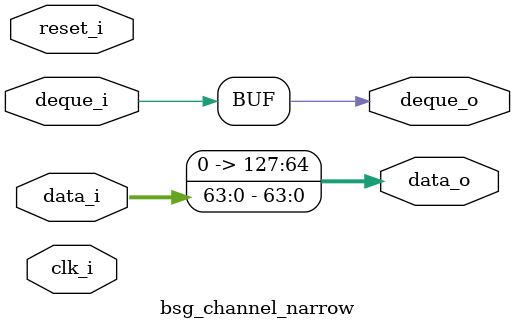
<source format=v>


module top
(
  clk_i,
  reset_i,
  data_i,
  deque_o,
  data_o,
  deque_i
);

  input [63:0] data_i;
  output [127:0] data_o;
  input clk_i;
  input reset_i;
  input deque_i;
  output deque_o;

  bsg_channel_narrow
  wrapper
  (
    .data_i(data_i),
    .data_o(data_o),
    .clk_i(clk_i),
    .reset_i(reset_i),
    .deque_i(deque_i),
    .deque_o(deque_o)
  );


endmodule



module bsg_channel_narrow
(
  clk_i,
  reset_i,
  data_i,
  deque_o,
  data_o,
  deque_i
);

  input [63:0] data_i;
  output [127:0] data_o;
  input clk_i;
  input reset_i;
  input deque_i;
  output deque_o;
  wire [127:0] data_o;
  wire deque_o,deque_i;
  assign data_o[64] = 1'b0;
  assign data_o[65] = 1'b0;
  assign data_o[66] = 1'b0;
  assign data_o[67] = 1'b0;
  assign data_o[68] = 1'b0;
  assign data_o[69] = 1'b0;
  assign data_o[70] = 1'b0;
  assign data_o[71] = 1'b0;
  assign data_o[72] = 1'b0;
  assign data_o[73] = 1'b0;
  assign data_o[74] = 1'b0;
  assign data_o[75] = 1'b0;
  assign data_o[76] = 1'b0;
  assign data_o[77] = 1'b0;
  assign data_o[78] = 1'b0;
  assign data_o[79] = 1'b0;
  assign data_o[80] = 1'b0;
  assign data_o[81] = 1'b0;
  assign data_o[82] = 1'b0;
  assign data_o[83] = 1'b0;
  assign data_o[84] = 1'b0;
  assign data_o[85] = 1'b0;
  assign data_o[86] = 1'b0;
  assign data_o[87] = 1'b0;
  assign data_o[88] = 1'b0;
  assign data_o[89] = 1'b0;
  assign data_o[90] = 1'b0;
  assign data_o[91] = 1'b0;
  assign data_o[92] = 1'b0;
  assign data_o[93] = 1'b0;
  assign data_o[94] = 1'b0;
  assign data_o[95] = 1'b0;
  assign data_o[96] = 1'b0;
  assign data_o[97] = 1'b0;
  assign data_o[98] = 1'b0;
  assign data_o[99] = 1'b0;
  assign data_o[100] = 1'b0;
  assign data_o[101] = 1'b0;
  assign data_o[102] = 1'b0;
  assign data_o[103] = 1'b0;
  assign data_o[104] = 1'b0;
  assign data_o[105] = 1'b0;
  assign data_o[106] = 1'b0;
  assign data_o[107] = 1'b0;
  assign data_o[108] = 1'b0;
  assign data_o[109] = 1'b0;
  assign data_o[110] = 1'b0;
  assign data_o[111] = 1'b0;
  assign data_o[112] = 1'b0;
  assign data_o[113] = 1'b0;
  assign data_o[114] = 1'b0;
  assign data_o[115] = 1'b0;
  assign data_o[116] = 1'b0;
  assign data_o[117] = 1'b0;
  assign data_o[118] = 1'b0;
  assign data_o[119] = 1'b0;
  assign data_o[120] = 1'b0;
  assign data_o[121] = 1'b0;
  assign data_o[122] = 1'b0;
  assign data_o[123] = 1'b0;
  assign data_o[124] = 1'b0;
  assign data_o[125] = 1'b0;
  assign data_o[126] = 1'b0;
  assign data_o[127] = 1'b0;
  assign deque_o = deque_i;
  assign data_o[63] = data_i[63];
  assign data_o[62] = data_i[62];
  assign data_o[61] = data_i[61];
  assign data_o[60] = data_i[60];
  assign data_o[59] = data_i[59];
  assign data_o[58] = data_i[58];
  assign data_o[57] = data_i[57];
  assign data_o[56] = data_i[56];
  assign data_o[55] = data_i[55];
  assign data_o[54] = data_i[54];
  assign data_o[53] = data_i[53];
  assign data_o[52] = data_i[52];
  assign data_o[51] = data_i[51];
  assign data_o[50] = data_i[50];
  assign data_o[49] = data_i[49];
  assign data_o[48] = data_i[48];
  assign data_o[47] = data_i[47];
  assign data_o[46] = data_i[46];
  assign data_o[45] = data_i[45];
  assign data_o[44] = data_i[44];
  assign data_o[43] = data_i[43];
  assign data_o[42] = data_i[42];
  assign data_o[41] = data_i[41];
  assign data_o[40] = data_i[40];
  assign data_o[39] = data_i[39];
  assign data_o[38] = data_i[38];
  assign data_o[37] = data_i[37];
  assign data_o[36] = data_i[36];
  assign data_o[35] = data_i[35];
  assign data_o[34] = data_i[34];
  assign data_o[33] = data_i[33];
  assign data_o[32] = data_i[32];
  assign data_o[31] = data_i[31];
  assign data_o[30] = data_i[30];
  assign data_o[29] = data_i[29];
  assign data_o[28] = data_i[28];
  assign data_o[27] = data_i[27];
  assign data_o[26] = data_i[26];
  assign data_o[25] = data_i[25];
  assign data_o[24] = data_i[24];
  assign data_o[23] = data_i[23];
  assign data_o[22] = data_i[22];
  assign data_o[21] = data_i[21];
  assign data_o[20] = data_i[20];
  assign data_o[19] = data_i[19];
  assign data_o[18] = data_i[18];
  assign data_o[17] = data_i[17];
  assign data_o[16] = data_i[16];
  assign data_o[15] = data_i[15];
  assign data_o[14] = data_i[14];
  assign data_o[13] = data_i[13];
  assign data_o[12] = data_i[12];
  assign data_o[11] = data_i[11];
  assign data_o[10] = data_i[10];
  assign data_o[9] = data_i[9];
  assign data_o[8] = data_i[8];
  assign data_o[7] = data_i[7];
  assign data_o[6] = data_i[6];
  assign data_o[5] = data_i[5];
  assign data_o[4] = data_i[4];
  assign data_o[3] = data_i[3];
  assign data_o[2] = data_i[2];
  assign data_o[1] = data_i[1];
  assign data_o[0] = data_i[0];

endmodule


</source>
